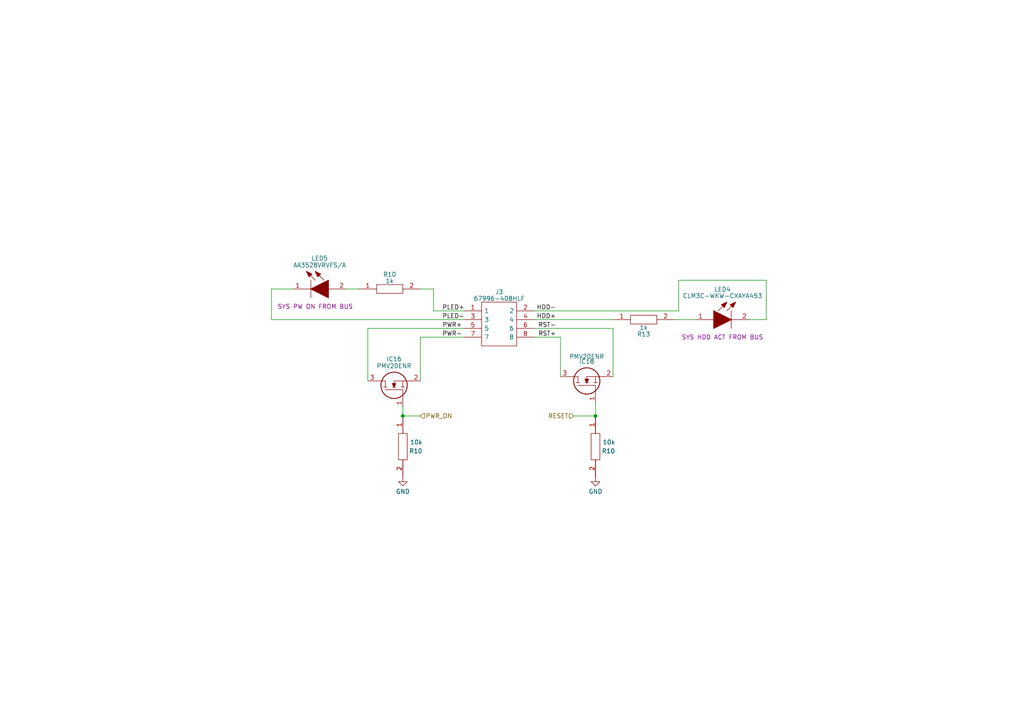
<source format=kicad_sch>
(kicad_sch
	(version 20231120)
	(generator "eeschema")
	(generator_version "8.0")
	(uuid "593b188f-98dc-4f63-805d-b472a1a92c6e")
	(paper "A4")
	(title_block
		(title "Oro Link")
		(date "2023-07-15")
		(rev "6")
		(company "Oro Operating System")
		(comment 1 "://oro.sh")
		(comment 2 "Joshua Lee Junon")
	)
	(lib_symbols
		(symbol "SamacSys_Parts:67996-408HLF"
			(pin_names
				(offset 0.762)
			)
			(exclude_from_sim no)
			(in_bom yes)
			(on_board yes)
			(property "Reference" "J"
				(at 16.51 7.62 0)
				(effects
					(font
						(size 1.27 1.27)
					)
					(justify left)
				)
			)
			(property "Value" "67996-408HLF"
				(at 16.51 5.08 0)
				(effects
					(font
						(size 1.27 1.27)
					)
					(justify left)
				)
			)
			(property "Footprint" "HDRV8W89P254_2X4_1016X483X858P"
				(at 16.51 2.54 0)
				(effects
					(font
						(size 1.27 1.27)
					)
					(justify left)
					(hide yes)
				)
			)
			(property "Datasheet" "https://cdn.amphenol-cs.com/media/wysiwyg/files/drawing/67996.pdf"
				(at 16.51 0 0)
				(effects
					(font
						(size 1.27 1.27)
					)
					(justify left)
					(hide yes)
				)
			)
			(property "Description" "BergStik, Board to Board connector, Unshrouded vertical header, Through Hole, Double Row, 8 Positions, 2.54 mm (0.100in) Pitch"
				(at 16.51 -2.54 0)
				(effects
					(font
						(size 1.27 1.27)
					)
					(justify left)
					(hide yes)
				)
			)
			(property "Height" "8.58"
				(at 16.51 -5.08 0)
				(effects
					(font
						(size 1.27 1.27)
					)
					(justify left)
					(hide yes)
				)
			)
			(property "Manufacturer_Name" "Amphenol Communications Solutions"
				(at 16.51 -7.62 0)
				(effects
					(font
						(size 1.27 1.27)
					)
					(justify left)
					(hide yes)
				)
			)
			(property "Manufacturer_Part_Number" "67996-408HLF"
				(at 16.51 -10.16 0)
				(effects
					(font
						(size 1.27 1.27)
					)
					(justify left)
					(hide yes)
				)
			)
			(property "Mouser Part Number" "649-67996-408HLF"
				(at 16.51 -12.7 0)
				(effects
					(font
						(size 1.27 1.27)
					)
					(justify left)
					(hide yes)
				)
			)
			(property "Mouser Price/Stock" "https://www.mouser.co.uk/ProductDetail/Amphenol-FCI/67996-408HLF?qs=zh4O8xspOux8A5Dq3mcAKw%3D%3D"
				(at 16.51 -15.24 0)
				(effects
					(font
						(size 1.27 1.27)
					)
					(justify left)
					(hide yes)
				)
			)
			(property "Arrow Part Number" "67996-408HLF"
				(at 16.51 -17.78 0)
				(effects
					(font
						(size 1.27 1.27)
					)
					(justify left)
					(hide yes)
				)
			)
			(property "Arrow Price/Stock" "https://www.arrow.com/en/products/67996-408hlf/amphenol-fci"
				(at 16.51 -20.32 0)
				(effects
					(font
						(size 1.27 1.27)
					)
					(justify left)
					(hide yes)
				)
			)
			(symbol "67996-408HLF_0_0"
				(pin passive line
					(at 0 0 0)
					(length 5.08)
					(name "1"
						(effects
							(font
								(size 1.27 1.27)
							)
						)
					)
					(number "1"
						(effects
							(font
								(size 1.27 1.27)
							)
						)
					)
				)
				(pin passive line
					(at 20.32 0 180)
					(length 5.08)
					(name "2"
						(effects
							(font
								(size 1.27 1.27)
							)
						)
					)
					(number "2"
						(effects
							(font
								(size 1.27 1.27)
							)
						)
					)
				)
				(pin passive line
					(at 0 -2.54 0)
					(length 5.08)
					(name "3"
						(effects
							(font
								(size 1.27 1.27)
							)
						)
					)
					(number "3"
						(effects
							(font
								(size 1.27 1.27)
							)
						)
					)
				)
				(pin passive line
					(at 20.32 -2.54 180)
					(length 5.08)
					(name "4"
						(effects
							(font
								(size 1.27 1.27)
							)
						)
					)
					(number "4"
						(effects
							(font
								(size 1.27 1.27)
							)
						)
					)
				)
				(pin passive line
					(at 0 -5.08 0)
					(length 5.08)
					(name "5"
						(effects
							(font
								(size 1.27 1.27)
							)
						)
					)
					(number "5"
						(effects
							(font
								(size 1.27 1.27)
							)
						)
					)
				)
				(pin passive line
					(at 20.32 -5.08 180)
					(length 5.08)
					(name "6"
						(effects
							(font
								(size 1.27 1.27)
							)
						)
					)
					(number "6"
						(effects
							(font
								(size 1.27 1.27)
							)
						)
					)
				)
				(pin passive line
					(at 0 -7.62 0)
					(length 5.08)
					(name "7"
						(effects
							(font
								(size 1.27 1.27)
							)
						)
					)
					(number "7"
						(effects
							(font
								(size 1.27 1.27)
							)
						)
					)
				)
				(pin passive line
					(at 20.32 -7.62 180)
					(length 5.08)
					(name "8"
						(effects
							(font
								(size 1.27 1.27)
							)
						)
					)
					(number "8"
						(effects
							(font
								(size 1.27 1.27)
							)
						)
					)
				)
			)
			(symbol "67996-408HLF_0_1"
				(polyline
					(pts
						(xy 5.08 2.54) (xy 15.24 2.54) (xy 15.24 -10.16) (xy 5.08 -10.16) (xy 5.08 2.54)
					)
					(stroke
						(width 0.1524)
						(type solid)
					)
					(fill
						(type none)
					)
				)
			)
		)
		(symbol "SamacSys_Parts:AA3528VRVFS_A"
			(pin_names
				(offset 0.762)
			)
			(exclude_from_sim no)
			(in_bom yes)
			(on_board yes)
			(property "Reference" "LED"
				(at 12.7 8.89 0)
				(effects
					(font
						(size 1.27 1.27)
					)
					(justify left bottom)
				)
			)
			(property "Value" "AA3528VRVFS_A"
				(at 12.7 6.35 0)
				(effects
					(font
						(size 1.27 1.27)
					)
					(justify left bottom)
				)
			)
			(property "Footprint" "AA3528VRVFSA"
				(at 12.7 3.81 0)
				(effects
					(font
						(size 1.27 1.27)
					)
					(justify left bottom)
					(hide yes)
				)
			)
			(property "Datasheet" "https://mouser.componentsearchengine.com/Datasheets/1/AA3528VRVFS_A.pdf"
				(at 12.7 1.27 0)
				(effects
					(font
						(size 1.27 1.27)
					)
					(justify left bottom)
					(hide yes)
				)
			)
			(property "Description" "LED Uni-Color Violet 2-Pin SMD T/R"
				(at 12.7 -1.27 0)
				(effects
					(font
						(size 1.27 1.27)
					)
					(justify left bottom)
					(hide yes)
				)
			)
			(property "Height" "2.1"
				(at 12.7 -3.81 0)
				(effects
					(font
						(size 1.27 1.27)
					)
					(justify left bottom)
					(hide yes)
				)
			)
			(property "Manufacturer_Name" "Kingbright"
				(at 12.7 -6.35 0)
				(effects
					(font
						(size 1.27 1.27)
					)
					(justify left bottom)
					(hide yes)
				)
			)
			(property "Manufacturer_Part_Number" "AA3528VRVFS/A"
				(at 12.7 -8.89 0)
				(effects
					(font
						(size 1.27 1.27)
					)
					(justify left bottom)
					(hide yes)
				)
			)
			(property "Mouser Part Number" "604-AA3528VRVFS/A"
				(at 12.7 -11.43 0)
				(effects
					(font
						(size 1.27 1.27)
					)
					(justify left bottom)
					(hide yes)
				)
			)
			(property "Mouser Price/Stock" "https://www.mouser.co.uk/ProductDetail/Kingbright/AA3528VRVFS-A?qs=rY7msk5yxfb63mh907EyRA%3D%3D"
				(at 12.7 -13.97 0)
				(effects
					(font
						(size 1.27 1.27)
					)
					(justify left bottom)
					(hide yes)
				)
			)
			(property "Arrow Part Number" "AA3528VRVFS/A"
				(at 12.7 -16.51 0)
				(effects
					(font
						(size 1.27 1.27)
					)
					(justify left bottom)
					(hide yes)
				)
			)
			(property "Arrow Price/Stock" "https://www.arrow.com/en/products/aa3528vrvfsa/kingbright?region=nac"
				(at 12.7 -19.05 0)
				(effects
					(font
						(size 1.27 1.27)
					)
					(justify left bottom)
					(hide yes)
				)
			)
			(property "Mouser Testing Part Number" ""
				(at 12.7 -21.59 0)
				(effects
					(font
						(size 1.27 1.27)
					)
					(justify left bottom)
					(hide yes)
				)
			)
			(property "Mouser Testing Price/Stock" ""
				(at 12.7 -24.13 0)
				(effects
					(font
						(size 1.27 1.27)
					)
					(justify left bottom)
					(hide yes)
				)
			)
			(symbol "AA3528VRVFS_A_0_0"
				(pin passive line
					(at 0 0 0)
					(length 2.54)
					(name "~"
						(effects
							(font
								(size 1.27 1.27)
							)
						)
					)
					(number "1"
						(effects
							(font
								(size 1.27 1.27)
							)
						)
					)
				)
				(pin passive line
					(at 15.24 0 180)
					(length 2.54)
					(name "~"
						(effects
							(font
								(size 1.27 1.27)
							)
						)
					)
					(number "2"
						(effects
							(font
								(size 1.27 1.27)
							)
						)
					)
				)
			)
			(symbol "AA3528VRVFS_A_0_1"
				(polyline
					(pts
						(xy 2.54 0) (xy 5.08 0)
					)
					(stroke
						(width 0.1524)
						(type default)
					)
					(fill
						(type none)
					)
				)
				(polyline
					(pts
						(xy 5.08 2.54) (xy 5.08 -2.54)
					)
					(stroke
						(width 0.1524)
						(type default)
					)
					(fill
						(type none)
					)
				)
				(polyline
					(pts
						(xy 6.35 2.54) (xy 3.81 5.08)
					)
					(stroke
						(width 0.1524)
						(type default)
					)
					(fill
						(type none)
					)
				)
				(polyline
					(pts
						(xy 8.89 2.54) (xy 6.35 5.08)
					)
					(stroke
						(width 0.1524)
						(type default)
					)
					(fill
						(type none)
					)
				)
				(polyline
					(pts
						(xy 10.16 0) (xy 12.7 0)
					)
					(stroke
						(width 0.1524)
						(type default)
					)
					(fill
						(type none)
					)
				)
				(polyline
					(pts
						(xy 5.08 0) (xy 10.16 2.54) (xy 10.16 -2.54) (xy 5.08 0)
					)
					(stroke
						(width 0.254)
						(type default)
					)
					(fill
						(type outline)
					)
				)
				(polyline
					(pts
						(xy 5.334 4.318) (xy 4.572 3.556) (xy 3.81 5.08) (xy 5.334 4.318)
					)
					(stroke
						(width 0.254)
						(type default)
					)
					(fill
						(type outline)
					)
				)
				(polyline
					(pts
						(xy 7.874 4.318) (xy 7.112 3.556) (xy 6.35 5.08) (xy 7.874 4.318)
					)
					(stroke
						(width 0.254)
						(type default)
					)
					(fill
						(type outline)
					)
				)
			)
		)
		(symbol "SamacSys_Parts:CLM3C-WKW-CXAYA453"
			(pin_names
				(offset 0.762)
			)
			(exclude_from_sim no)
			(in_bom yes)
			(on_board yes)
			(property "Reference" "LED"
				(at 12.7 8.89 0)
				(effects
					(font
						(size 1.27 1.27)
					)
					(justify left bottom)
				)
			)
			(property "Value" "CLM3C-WKW-CXAYA453"
				(at 12.7 6.35 0)
				(effects
					(font
						(size 1.27 1.27)
					)
					(justify left bottom)
				)
			)
			(property "Footprint" "CLM3CWKWCXAYA453"
				(at 12.7 3.81 0)
				(effects
					(font
						(size 1.27 1.27)
					)
					(justify left bottom)
					(hide yes)
				)
			)
			(property "Datasheet" "https://componentsearchengine.com/Datasheets/2/CLM3C-WKW-CWBYA453.pdf"
				(at 12.7 1.27 0)
				(effects
					(font
						(size 1.27 1.27)
					)
					(justify left bottom)
					(hide yes)
				)
			)
			(property "Description" "Cree CLM3C-WKW-CXAYA453, CLM3 Series White LED, 5500K, PLCC 2, Rectangle Lens SMD Package"
				(at 12.7 -1.27 0)
				(effects
					(font
						(size 1.27 1.27)
					)
					(justify left bottom)
					(hide yes)
				)
			)
			(property "Height" "1.4"
				(at 12.7 -3.81 0)
				(effects
					(font
						(size 1.27 1.27)
					)
					(justify left bottom)
					(hide yes)
				)
			)
			(property "Manufacturer_Name" "Wolfspeed"
				(at 12.7 -6.35 0)
				(effects
					(font
						(size 1.27 1.27)
					)
					(justify left bottom)
					(hide yes)
				)
			)
			(property "Manufacturer_Part_Number" "CLM3C-WKW-CXAYA453"
				(at 12.7 -8.89 0)
				(effects
					(font
						(size 1.27 1.27)
					)
					(justify left bottom)
					(hide yes)
				)
			)
			(property "Mouser Part Number" "941-CLM3CWKWCXAYA453"
				(at 12.7 -11.43 0)
				(effects
					(font
						(size 1.27 1.27)
					)
					(justify left bottom)
					(hide yes)
				)
			)
			(property "Mouser Price/Stock" "https://www.mouser.co.uk/ProductDetail/Cree-Inc/CLM3C-WKW-CXaYa453?qs=3AcK5DacLbr3ewaPKwAgNg%3D%3D"
				(at 12.7 -13.97 0)
				(effects
					(font
						(size 1.27 1.27)
					)
					(justify left bottom)
					(hide yes)
				)
			)
			(property "Arrow Part Number" "CLM3C-WKW-CXAYA453"
				(at 12.7 -16.51 0)
				(effects
					(font
						(size 1.27 1.27)
					)
					(justify left bottom)
					(hide yes)
				)
			)
			(property "Arrow Price/Stock" "https://www.arrow.com/en/products/clm3c-wkw-cxaya453/cree"
				(at 12.7 -19.05 0)
				(effects
					(font
						(size 1.27 1.27)
					)
					(justify left bottom)
					(hide yes)
				)
			)
			(property "Mouser Testing Part Number" ""
				(at 12.7 -21.59 0)
				(effects
					(font
						(size 1.27 1.27)
					)
					(justify left bottom)
					(hide yes)
				)
			)
			(property "Mouser Testing Price/Stock" ""
				(at 12.7 -24.13 0)
				(effects
					(font
						(size 1.27 1.27)
					)
					(justify left bottom)
					(hide yes)
				)
			)
			(symbol "CLM3C-WKW-CXAYA453_0_0"
				(pin passive line
					(at 15.24 0 180)
					(length 2.54)
					(name "~"
						(effects
							(font
								(size 1.27 1.27)
							)
						)
					)
					(number "1"
						(effects
							(font
								(size 1.27 1.27)
							)
						)
					)
				)
				(pin passive line
					(at 0 0 0)
					(length 2.54)
					(name "~"
						(effects
							(font
								(size 1.27 1.27)
							)
						)
					)
					(number "2"
						(effects
							(font
								(size 1.27 1.27)
							)
						)
					)
				)
			)
			(symbol "CLM3C-WKW-CXAYA453_0_1"
				(polyline
					(pts
						(xy 2.54 0) (xy 5.08 0)
					)
					(stroke
						(width 0.1524)
						(type default)
					)
					(fill
						(type none)
					)
				)
				(polyline
					(pts
						(xy 5.08 2.54) (xy 5.08 -2.54)
					)
					(stroke
						(width 0.1524)
						(type default)
					)
					(fill
						(type none)
					)
				)
				(polyline
					(pts
						(xy 6.35 2.54) (xy 3.81 5.08)
					)
					(stroke
						(width 0.1524)
						(type default)
					)
					(fill
						(type none)
					)
				)
				(polyline
					(pts
						(xy 8.89 2.54) (xy 6.35 5.08)
					)
					(stroke
						(width 0.1524)
						(type default)
					)
					(fill
						(type none)
					)
				)
				(polyline
					(pts
						(xy 10.16 0) (xy 12.7 0)
					)
					(stroke
						(width 0.1524)
						(type default)
					)
					(fill
						(type none)
					)
				)
				(polyline
					(pts
						(xy 5.08 0) (xy 10.16 2.54) (xy 10.16 -2.54) (xy 5.08 0)
					)
					(stroke
						(width 0.254)
						(type default)
					)
					(fill
						(type outline)
					)
				)
				(polyline
					(pts
						(xy 5.334 4.318) (xy 4.572 3.556) (xy 3.81 5.08) (xy 5.334 4.318)
					)
					(stroke
						(width 0.254)
						(type default)
					)
					(fill
						(type outline)
					)
				)
				(polyline
					(pts
						(xy 7.874 4.318) (xy 7.112 3.556) (xy 6.35 5.08) (xy 7.874 4.318)
					)
					(stroke
						(width 0.254)
						(type default)
					)
					(fill
						(type outline)
					)
				)
			)
		)
		(symbol "SamacSys_Parts:CSD13380F3T"
			(pin_names
				(offset 0.762)
			)
			(exclude_from_sim no)
			(in_bom yes)
			(on_board yes)
			(property "Reference" "Q"
				(at 11.43 3.81 0)
				(effects
					(font
						(size 1.27 1.27)
					)
					(justify left)
				)
			)
			(property "Value" "CSD13380F3T"
				(at 11.43 1.27 0)
				(effects
					(font
						(size 1.27 1.27)
					)
					(justify left)
				)
			)
			(property "Footprint" "CSD13380F3T"
				(at 11.43 -1.27 0)
				(effects
					(font
						(size 1.27 1.27)
					)
					(justify left)
					(hide yes)
				)
			)
			(property "Datasheet" "https://www.ti.com/lit/ds/symlink/csd13380f3.pdf?ts=1610053095577"
				(at 11.43 -3.81 0)
				(effects
					(font
						(size 1.27 1.27)
					)
					(justify left)
					(hide yes)
				)
			)
			(property "Description" "12V, N ch NexFET MOSFET, single LGA0.6x0.7, 76mOhm"
				(at 11.43 -6.35 0)
				(effects
					(font
						(size 1.27 1.27)
					)
					(justify left)
					(hide yes)
				)
			)
			(property "Height" "0.35"
				(at 11.43 -8.89 0)
				(effects
					(font
						(size 1.27 1.27)
					)
					(justify left)
					(hide yes)
				)
			)
			(property "Manufacturer_Name" "Texas Instruments"
				(at 11.43 -11.43 0)
				(effects
					(font
						(size 1.27 1.27)
					)
					(justify left)
					(hide yes)
				)
			)
			(property "Manufacturer_Part_Number" "CSD13380F3T"
				(at 11.43 -13.97 0)
				(effects
					(font
						(size 1.27 1.27)
					)
					(justify left)
					(hide yes)
				)
			)
			(property "Mouser Part Number" "595-CSD13380F3T"
				(at 11.43 -16.51 0)
				(effects
					(font
						(size 1.27 1.27)
					)
					(justify left)
					(hide yes)
				)
			)
			(property "Mouser Price/Stock" "https://www.mouser.co.uk/ProductDetail/Texas-Instruments/CSD13380F3T?qs=S8zVn2bBIh85Rpxp8sld8w%3D%3D"
				(at 11.43 -19.05 0)
				(effects
					(font
						(size 1.27 1.27)
					)
					(justify left)
					(hide yes)
				)
			)
			(property "Arrow Part Number" "CSD13380F3T"
				(at 11.43 -21.59 0)
				(effects
					(font
						(size 1.27 1.27)
					)
					(justify left)
					(hide yes)
				)
			)
			(property "Arrow Price/Stock" "https://www.arrow.com/en/products/csd13380f3t/texas-instruments"
				(at 11.43 -24.13 0)
				(effects
					(font
						(size 1.27 1.27)
					)
					(justify left)
					(hide yes)
				)
			)
			(property "Mouser Testing Part Number" ""
				(at 11.43 -26.67 0)
				(effects
					(font
						(size 1.27 1.27)
					)
					(justify left)
					(hide yes)
				)
			)
			(property "Mouser Testing Price/Stock" ""
				(at 11.43 -29.21 0)
				(effects
					(font
						(size 1.27 1.27)
					)
					(justify left)
					(hide yes)
				)
			)
			(symbol "CSD13380F3T_0_0"
				(pin passive line
					(at 0 0 0)
					(length 2.54)
					(name "~"
						(effects
							(font
								(size 1.27 1.27)
							)
						)
					)
					(number "1"
						(effects
							(font
								(size 1.27 1.27)
							)
						)
					)
				)
				(pin passive line
					(at 7.62 -5.08 90)
					(length 2.54)
					(name "~"
						(effects
							(font
								(size 1.27 1.27)
							)
						)
					)
					(number "2"
						(effects
							(font
								(size 1.27 1.27)
							)
						)
					)
				)
				(pin passive line
					(at 7.62 10.16 270)
					(length 2.54)
					(name "~"
						(effects
							(font
								(size 1.27 1.27)
							)
						)
					)
					(number "3"
						(effects
							(font
								(size 1.27 1.27)
							)
						)
					)
				)
			)
			(symbol "CSD13380F3T_0_1"
				(polyline
					(pts
						(xy 5.842 -0.508) (xy 5.842 0.508)
					)
					(stroke
						(width 0.1524)
						(type default)
					)
					(fill
						(type none)
					)
				)
				(polyline
					(pts
						(xy 5.842 0) (xy 7.62 0)
					)
					(stroke
						(width 0.1524)
						(type default)
					)
					(fill
						(type none)
					)
				)
				(polyline
					(pts
						(xy 5.842 2.032) (xy 5.842 3.048)
					)
					(stroke
						(width 0.1524)
						(type default)
					)
					(fill
						(type none)
					)
				)
				(polyline
					(pts
						(xy 5.842 5.588) (xy 5.842 4.572)
					)
					(stroke
						(width 0.1524)
						(type default)
					)
					(fill
						(type none)
					)
				)
				(polyline
					(pts
						(xy 7.62 2.54) (xy 5.842 2.54)
					)
					(stroke
						(width 0.1524)
						(type default)
					)
					(fill
						(type none)
					)
				)
				(polyline
					(pts
						(xy 7.62 2.54) (xy 7.62 -2.54)
					)
					(stroke
						(width 0.1524)
						(type default)
					)
					(fill
						(type none)
					)
				)
				(polyline
					(pts
						(xy 7.62 5.08) (xy 5.842 5.08)
					)
					(stroke
						(width 0.1524)
						(type default)
					)
					(fill
						(type none)
					)
				)
				(polyline
					(pts
						(xy 7.62 5.08) (xy 7.62 7.62)
					)
					(stroke
						(width 0.1524)
						(type default)
					)
					(fill
						(type none)
					)
				)
				(polyline
					(pts
						(xy 2.54 0) (xy 5.08 0) (xy 5.08 5.08)
					)
					(stroke
						(width 0.1524)
						(type default)
					)
					(fill
						(type none)
					)
				)
				(polyline
					(pts
						(xy 5.842 2.54) (xy 6.858 3.048) (xy 6.858 2.032) (xy 5.842 2.54)
					)
					(stroke
						(width 0.254)
						(type default)
					)
					(fill
						(type outline)
					)
				)
				(circle
					(center 6.35 2.54)
					(radius 3.81)
					(stroke
						(width 0.254)
						(type default)
					)
					(fill
						(type none)
					)
				)
			)
		)
		(symbol "SamacSys_Parts:RK73H1ETTP1002F"
			(pin_names
				(offset 0.762)
			)
			(exclude_from_sim no)
			(in_bom yes)
			(on_board yes)
			(property "Reference" "R"
				(at 13.97 6.35 0)
				(effects
					(font
						(size 1.27 1.27)
					)
					(justify left)
				)
			)
			(property "Value" "RK73H1ETTP1002F"
				(at 13.97 3.81 0)
				(effects
					(font
						(size 1.27 1.27)
					)
					(justify left)
				)
			)
			(property "Footprint" "RESC1005X40N"
				(at 13.97 1.27 0)
				(effects
					(font
						(size 1.27 1.27)
					)
					(justify left)
					(hide yes)
				)
			)
			(property "Datasheet" "http://www.koaspeer.com/catimages/Products/RK73-RT/RK73-RT.pdf"
				(at 13.97 -1.27 0)
				(effects
					(font
						(size 1.27 1.27)
					)
					(justify left)
					(hide yes)
				)
			)
			(property "Description" "Resistor,ThickFilm1005,0.063W,10kohm"
				(at 13.97 -3.81 0)
				(effects
					(font
						(size 1.27 1.27)
					)
					(justify left)
					(hide yes)
				)
			)
			(property "Height" "0.4"
				(at 13.97 -6.35 0)
				(effects
					(font
						(size 1.27 1.27)
					)
					(justify left)
					(hide yes)
				)
			)
			(property "Manufacturer_Name" "KOA Speer"
				(at 13.97 -8.89 0)
				(effects
					(font
						(size 1.27 1.27)
					)
					(justify left)
					(hide yes)
				)
			)
			(property "Manufacturer_Part_Number" "RK73H1ETTP1002F"
				(at 13.97 -11.43 0)
				(effects
					(font
						(size 1.27 1.27)
					)
					(justify left)
					(hide yes)
				)
			)
			(property "Mouser Part Number" "660-RK73H1ETTP1002F"
				(at 13.97 -13.97 0)
				(effects
					(font
						(size 1.27 1.27)
					)
					(justify left)
					(hide yes)
				)
			)
			(property "Mouser Price/Stock" "https://www.mouser.co.uk/ProductDetail/KOA-Speer/RK73H1ETTP1002F?qs=uLfVlVfCHH2OZ4JTybrBPQ%3D%3D"
				(at 13.97 -16.51 0)
				(effects
					(font
						(size 1.27 1.27)
					)
					(justify left)
					(hide yes)
				)
			)
			(property "Arrow Part Number" "RK73H1ETTP1002F"
				(at 13.97 -19.05 0)
				(effects
					(font
						(size 1.27 1.27)
					)
					(justify left)
					(hide yes)
				)
			)
			(property "Arrow Price/Stock" "https://www.arrow.com/en/products/rk73h1ettp1002f/koa-speer-electronics?region=nac"
				(at 13.97 -21.59 0)
				(effects
					(font
						(size 1.27 1.27)
					)
					(justify left)
					(hide yes)
				)
			)
			(symbol "RK73H1ETTP1002F_0_0"
				(pin passive line
					(at 0 0 0)
					(length 5.08)
					(name "~"
						(effects
							(font
								(size 1.27 1.27)
							)
						)
					)
					(number "1"
						(effects
							(font
								(size 1.27 1.27)
							)
						)
					)
				)
				(pin passive line
					(at 17.78 0 180)
					(length 5.08)
					(name "~"
						(effects
							(font
								(size 1.27 1.27)
							)
						)
					)
					(number "2"
						(effects
							(font
								(size 1.27 1.27)
							)
						)
					)
				)
			)
			(symbol "RK73H1ETTP1002F_0_1"
				(polyline
					(pts
						(xy 5.08 1.27) (xy 12.7 1.27) (xy 12.7 -1.27) (xy 5.08 -1.27) (xy 5.08 1.27)
					)
					(stroke
						(width 0.1524)
						(type solid)
					)
					(fill
						(type none)
					)
				)
			)
		)
		(symbol "SamacSys_Parts:SG73P2ATTD102J"
			(pin_names
				(offset 0.762)
			)
			(exclude_from_sim no)
			(in_bom yes)
			(on_board yes)
			(property "Reference" "R"
				(at 13.97 6.35 0)
				(effects
					(font
						(size 1.27 1.27)
					)
					(justify left)
				)
			)
			(property "Value" "SG73P2ATTD102J"
				(at 13.97 3.81 0)
				(effects
					(font
						(size 1.27 1.27)
					)
					(justify left)
				)
			)
			(property "Footprint" "RESC2012X60N"
				(at 13.97 1.27 0)
				(effects
					(font
						(size 1.27 1.27)
					)
					(justify left)
					(hide yes)
				)
			)
			(property "Datasheet" "https://componentsearchengine.com/Datasheets/1/SG73P2ATTD102J.pdf"
				(at 13.97 -1.27 0)
				(effects
					(font
						(size 1.27 1.27)
					)
					(justify left)
					(hide yes)
				)
			)
			(property "Description" "Thick Film Resistors - SMD 0.25W 1Kohm 5% 200ppm Anti-Pulse"
				(at 13.97 -3.81 0)
				(effects
					(font
						(size 1.27 1.27)
					)
					(justify left)
					(hide yes)
				)
			)
			(property "Height" "0.6"
				(at 13.97 -6.35 0)
				(effects
					(font
						(size 1.27 1.27)
					)
					(justify left)
					(hide yes)
				)
			)
			(property "Manufacturer_Name" "KOA Speer"
				(at 13.97 -8.89 0)
				(effects
					(font
						(size 1.27 1.27)
					)
					(justify left)
					(hide yes)
				)
			)
			(property "Manufacturer_Part_Number" "SG73P2ATTD102J"
				(at 13.97 -11.43 0)
				(effects
					(font
						(size 1.27 1.27)
					)
					(justify left)
					(hide yes)
				)
			)
			(property "Mouser Part Number" "660-SG73P2ATTD102J"
				(at 13.97 -13.97 0)
				(effects
					(font
						(size 1.27 1.27)
					)
					(justify left)
					(hide yes)
				)
			)
			(property "Mouser Price/Stock" "https://www.mouser.com/Search/Refine.aspx?Keyword=660-SG73P2ATTD102J"
				(at 13.97 -16.51 0)
				(effects
					(font
						(size 1.27 1.27)
					)
					(justify left)
					(hide yes)
				)
			)
			(property "Arrow Part Number" ""
				(at 13.97 -19.05 0)
				(effects
					(font
						(size 1.27 1.27)
					)
					(justify left)
					(hide yes)
				)
			)
			(property "Arrow Price/Stock" ""
				(at 13.97 -21.59 0)
				(effects
					(font
						(size 1.27 1.27)
					)
					(justify left)
					(hide yes)
				)
			)
			(property "Mouser Testing Part Number" ""
				(at 13.97 -24.13 0)
				(effects
					(font
						(size 1.27 1.27)
					)
					(justify left)
					(hide yes)
				)
			)
			(property "Mouser Testing Price/Stock" ""
				(at 13.97 -26.67 0)
				(effects
					(font
						(size 1.27 1.27)
					)
					(justify left)
					(hide yes)
				)
			)
			(symbol "SG73P2ATTD102J_0_0"
				(pin passive line
					(at 0 0 0)
					(length 5.08)
					(name "~"
						(effects
							(font
								(size 1.27 1.27)
							)
						)
					)
					(number "1"
						(effects
							(font
								(size 1.27 1.27)
							)
						)
					)
				)
				(pin passive line
					(at 17.78 0 180)
					(length 5.08)
					(name "~"
						(effects
							(font
								(size 1.27 1.27)
							)
						)
					)
					(number "2"
						(effects
							(font
								(size 1.27 1.27)
							)
						)
					)
				)
			)
			(symbol "SG73P2ATTD102J_0_1"
				(polyline
					(pts
						(xy 5.08 1.27) (xy 12.7 1.27) (xy 12.7 -1.27) (xy 5.08 -1.27) (xy 5.08 1.27)
					)
					(stroke
						(width 0.1524)
						(type solid)
					)
					(fill
						(type none)
					)
				)
			)
		)
		(symbol "power:GND"
			(power)
			(pin_names
				(offset 0)
			)
			(exclude_from_sim no)
			(in_bom yes)
			(on_board yes)
			(property "Reference" "#PWR"
				(at 0 -6.35 0)
				(effects
					(font
						(size 1.27 1.27)
					)
					(hide yes)
				)
			)
			(property "Value" "GND"
				(at 0 -3.81 0)
				(effects
					(font
						(size 1.27 1.27)
					)
				)
			)
			(property "Footprint" ""
				(at 0 0 0)
				(effects
					(font
						(size 1.27 1.27)
					)
					(hide yes)
				)
			)
			(property "Datasheet" ""
				(at 0 0 0)
				(effects
					(font
						(size 1.27 1.27)
					)
					(hide yes)
				)
			)
			(property "Description" "Power symbol creates a global label with name \"GND\" , ground"
				(at 0 0 0)
				(effects
					(font
						(size 1.27 1.27)
					)
					(hide yes)
				)
			)
			(property "ki_keywords" "global power"
				(at 0 0 0)
				(effects
					(font
						(size 1.27 1.27)
					)
					(hide yes)
				)
			)
			(symbol "GND_0_1"
				(polyline
					(pts
						(xy 0 0) (xy 0 -1.27) (xy 1.27 -1.27) (xy 0 -2.54) (xy -1.27 -1.27) (xy 0 -1.27)
					)
					(stroke
						(width 0)
						(type default)
					)
					(fill
						(type none)
					)
				)
			)
			(symbol "GND_1_1"
				(pin power_in line
					(at 0 0 270)
					(length 0) hide
					(name "GND"
						(effects
							(font
								(size 1.27 1.27)
							)
						)
					)
					(number "1"
						(effects
							(font
								(size 1.27 1.27)
							)
						)
					)
				)
			)
		)
	)
	(junction
		(at 116.84 120.65)
		(diameter 0)
		(color 0 0 0 0)
		(uuid "67efb92e-1b51-4c23-a6a7-cde89b1e000f")
	)
	(junction
		(at 172.72 120.65)
		(diameter 0)
		(color 0 0 0 0)
		(uuid "85eac2bd-0486-4f5d-9416-bdceda166f42")
	)
	(wire
		(pts
			(xy 177.8 95.25) (xy 177.8 109.22)
		)
		(stroke
			(width 0)
			(type default)
		)
		(uuid "0cc3b7f5-7254-4b74-a9ba-0359dba445c0")
	)
	(wire
		(pts
			(xy 195.58 92.71) (xy 201.93 92.71)
		)
		(stroke
			(width 0)
			(type default)
		)
		(uuid "120320ae-6343-49af-b831-3a8de0b67791")
	)
	(wire
		(pts
			(xy 78.74 92.71) (xy 134.62 92.71)
		)
		(stroke
			(width 0)
			(type default)
		)
		(uuid "13c66d55-0c78-4cc2-bb3d-d3cd59ad6b92")
	)
	(wire
		(pts
			(xy 106.68 95.25) (xy 134.62 95.25)
		)
		(stroke
			(width 0)
			(type default)
		)
		(uuid "1bc3a01e-80c5-4109-add1-5be9aafa4e97")
	)
	(wire
		(pts
			(xy 85.09 83.82) (xy 78.74 83.82)
		)
		(stroke
			(width 0)
			(type default)
		)
		(uuid "2332cd72-b618-4598-a48c-e6a1869d7fd1")
	)
	(wire
		(pts
			(xy 121.92 97.79) (xy 134.62 97.79)
		)
		(stroke
			(width 0)
			(type default)
		)
		(uuid "48413787-4456-487b-834f-02eeadf04fd9")
	)
	(wire
		(pts
			(xy 222.25 81.28) (xy 196.85 81.28)
		)
		(stroke
			(width 0)
			(type default)
		)
		(uuid "48a102fb-4c14-43eb-a382-497412170bf4")
	)
	(wire
		(pts
			(xy 106.68 95.25) (xy 106.68 110.49)
		)
		(stroke
			(width 0)
			(type default)
		)
		(uuid "53eb86a3-173f-48cd-9bd7-298d32bd899d")
	)
	(wire
		(pts
			(xy 162.56 109.22) (xy 162.56 97.79)
		)
		(stroke
			(width 0)
			(type default)
		)
		(uuid "55503015-2886-4df2-a3ed-fc8ed4579f78")
	)
	(wire
		(pts
			(xy 100.33 83.82) (xy 104.14 83.82)
		)
		(stroke
			(width 0)
			(type default)
		)
		(uuid "6740f102-239d-4508-aabf-07f0a92f7f40")
	)
	(wire
		(pts
			(xy 116.84 120.65) (xy 116.84 118.11)
		)
		(stroke
			(width 0)
			(type default)
		)
		(uuid "6fb1665e-1a2d-40ce-83e1-c2aaac864916")
	)
	(wire
		(pts
			(xy 116.84 120.65) (xy 121.92 120.65)
		)
		(stroke
			(width 0)
			(type default)
		)
		(uuid "740eeb35-70d8-496b-9ec2-cc219d5b6811")
	)
	(wire
		(pts
			(xy 154.94 90.17) (xy 196.85 90.17)
		)
		(stroke
			(width 0)
			(type default)
		)
		(uuid "7c4f9377-9eb2-4779-826c-afa57780944a")
	)
	(wire
		(pts
			(xy 125.73 83.82) (xy 125.73 90.17)
		)
		(stroke
			(width 0)
			(type default)
		)
		(uuid "88e1cac1-c208-4821-821e-74665ddf1e1e")
	)
	(wire
		(pts
			(xy 154.94 97.79) (xy 162.56 97.79)
		)
		(stroke
			(width 0)
			(type default)
		)
		(uuid "92c37dc2-da91-4104-8cae-78cd7fe7f391")
	)
	(wire
		(pts
			(xy 196.85 81.28) (xy 196.85 90.17)
		)
		(stroke
			(width 0)
			(type default)
		)
		(uuid "93189d90-98a5-4652-a2ec-0583a086fa27")
	)
	(wire
		(pts
			(xy 78.74 83.82) (xy 78.74 92.71)
		)
		(stroke
			(width 0)
			(type default)
		)
		(uuid "934100f5-60e3-4dff-bc34-3c62dea8cb6e")
	)
	(wire
		(pts
			(xy 222.25 92.71) (xy 222.25 81.28)
		)
		(stroke
			(width 0)
			(type default)
		)
		(uuid "ab97c32e-ef58-42df-b0ca-0555375eaf80")
	)
	(wire
		(pts
			(xy 217.17 92.71) (xy 222.25 92.71)
		)
		(stroke
			(width 0)
			(type default)
		)
		(uuid "b0af51c1-9c77-4525-927b-f51ff72c48f1")
	)
	(wire
		(pts
			(xy 121.92 97.79) (xy 121.92 110.49)
		)
		(stroke
			(width 0)
			(type default)
		)
		(uuid "b806bc49-0d9c-4b3c-88ec-563d337e0cd3")
	)
	(wire
		(pts
			(xy 154.94 95.25) (xy 177.8 95.25)
		)
		(stroke
			(width 0)
			(type default)
		)
		(uuid "b8bbed47-0d5c-45ca-95b0-0f0005deadda")
	)
	(wire
		(pts
			(xy 154.94 92.71) (xy 177.8 92.71)
		)
		(stroke
			(width 0)
			(type default)
		)
		(uuid "e460c134-2940-4008-a241-b04ce6804fd6")
	)
	(wire
		(pts
			(xy 125.73 90.17) (xy 134.62 90.17)
		)
		(stroke
			(width 0)
			(type default)
		)
		(uuid "e9901e3d-6488-4bdc-8b35-d31b29ec4411")
	)
	(wire
		(pts
			(xy 166.37 120.65) (xy 172.72 120.65)
		)
		(stroke
			(width 0)
			(type default)
		)
		(uuid "f9214590-c1b4-46ef-b224-5e83a4a69b71")
	)
	(wire
		(pts
			(xy 172.72 120.65) (xy 172.72 116.84)
		)
		(stroke
			(width 0)
			(type default)
		)
		(uuid "fa69c082-bbda-48c2-9f87-c5d3970d9590")
	)
	(wire
		(pts
			(xy 121.92 83.82) (xy 125.73 83.82)
		)
		(stroke
			(width 0)
			(type default)
		)
		(uuid "fb1e9dd0-0577-416d-93a2-5bbc664806c9")
	)
	(label "PLED+"
		(at 128.27 90.17 0)
		(fields_autoplaced yes)
		(effects
			(font
				(size 1.27 1.27)
			)
			(justify left bottom)
		)
		(uuid "356b8d0a-07a0-4d7f-8179-a74eb2f08b5f")
	)
	(label "PWR-"
		(at 128.27 97.79 0)
		(fields_autoplaced yes)
		(effects
			(font
				(size 1.27 1.27)
			)
			(justify left bottom)
		)
		(uuid "3701302d-c67b-4972-b69e-5ef2ef62a8c6")
	)
	(label "HDD-"
		(at 161.29 90.17 180)
		(fields_autoplaced yes)
		(effects
			(font
				(size 1.27 1.27)
			)
			(justify right bottom)
		)
		(uuid "49b2831d-40f1-4ca8-967a-4fb63379263b")
	)
	(label "HDD+"
		(at 161.29 92.71 180)
		(fields_autoplaced yes)
		(effects
			(font
				(size 1.27 1.27)
			)
			(justify right bottom)
		)
		(uuid "4ce26566-924f-494c-9ee3-074efb2a1c8c")
	)
	(label "RST+"
		(at 161.29 97.79 180)
		(fields_autoplaced yes)
		(effects
			(font
				(size 1.27 1.27)
			)
			(justify right bottom)
		)
		(uuid "511837c0-fd37-42ec-b0ed-361d2dfcd95a")
	)
	(label "PLED-"
		(at 128.27 92.71 0)
		(fields_autoplaced yes)
		(effects
			(font
				(size 1.27 1.27)
			)
			(justify left bottom)
		)
		(uuid "7254685d-7cbb-4f04-83f8-d1927ff7c7e6")
	)
	(label "PWR+"
		(at 128.27 95.25 0)
		(fields_autoplaced yes)
		(effects
			(font
				(size 1.27 1.27)
			)
			(justify left bottom)
		)
		(uuid "c294c6d7-01c8-44a3-8f92-3d9260240179")
	)
	(label "RST-"
		(at 161.29 95.25 180)
		(fields_autoplaced yes)
		(effects
			(font
				(size 1.27 1.27)
			)
			(justify right bottom)
		)
		(uuid "cefb11ee-7a02-426d-aea1-4674fbbba5e7")
	)
	(hierarchical_label "PWR_ON"
		(shape input)
		(at 121.92 120.65 0)
		(fields_autoplaced yes)
		(effects
			(font
				(size 1.27 1.27)
			)
			(justify left)
		)
		(uuid "15abaa1b-a9ec-4538-b417-bdf2730cb9a2")
	)
	(hierarchical_label "RESET"
		(shape input)
		(at 166.37 120.65 180)
		(fields_autoplaced yes)
		(effects
			(font
				(size 1.27 1.27)
			)
			(justify right)
		)
		(uuid "764e8c3b-b4ce-433c-b8b3-1bcb87618647")
	)
	(symbol
		(lib_id "SamacSys_Parts:CSD13380F3T")
		(at 172.72 116.84 90)
		(unit 1)
		(exclude_from_sim no)
		(in_bom yes)
		(on_board yes)
		(dnp no)
		(uuid "0ea1d03a-812d-455c-9ea2-bb093af8d34f")
		(property "Reference" "IC18"
			(at 170.18 104.14 90)
			(effects
				(font
					(size 1.27 1.27)
				)
				(justify bottom)
			)
		)
		(property "Value" "PMV20ENR"
			(at 170.18 104.14 90)
			(effects
				(font
					(size 1.27 1.27)
				)
				(justify top)
			)
		)
		(property "Footprint" "SamacSys_Parts:SOT95P230X110-3N"
			(at 170.18 100.33 0)
			(effects
				(font
					(size 1.27 1.27)
				)
				(justify left)
				(hide yes)
			)
		)
		(property "Datasheet" "https://assets.nexperia.com/documents/data-sheet/PMV20EN.pdf"
			(at 172.72 100.33 0)
			(effects
				(font
					(size 1.27 1.27)
				)
				(justify left)
				(hide yes)
			)
		)
		(property "Description" "MOSFET 30V N-channel Trench MOSFET"
			(at 175.26 100.33 0)
			(effects
				(font
					(size 1.27 1.27)
				)
				(justify left)
				(hide yes)
			)
		)
		(property "Height" "1.1"
			(at 177.8 100.33 0)
			(effects
				(font
					(size 1.27 1.27)
				)
				(justify left)
				(hide yes)
			)
		)
		(property "Manufacturer_Name" "Nexperia"
			(at 180.34 100.33 0)
			(effects
				(font
					(size 1.27 1.27)
				)
				(justify left)
				(hide yes)
			)
		)
		(property "Manufacturer_Part_Number" "PMV20ENR"
			(at 182.88 100.33 0)
			(effects
				(font
					(size 1.27 1.27)
				)
				(justify left)
				(hide yes)
			)
		)
		(property "Mouser Part Number" "771-PMV20ENR"
			(at 185.42 100.33 0)
			(effects
				(font
					(size 1.27 1.27)
				)
				(justify left)
				(hide yes)
			)
		)
		(property "Mouser Price/Stock" "https://www.mouser.co.uk/ProductDetail/Nexperia/PMV20ENR?qs=sV%252BQJnSpgu%2FSnnW%252BQ4V7GA%3D%3D"
			(at 187.96 100.33 0)
			(effects
				(font
					(size 1.27 1.27)
				)
				(justify left)
				(hide yes)
			)
		)
		(property "Arrow Part Number" "PMV20ENR"
			(at 190.5 100.33 0)
			(effects
				(font
					(size 1.27 1.27)
				)
				(justify left)
				(hide yes)
			)
		)
		(property "Arrow Price/Stock" "https://www.arrow.com/en/products/pmv20enr/nexperia?region=nac"
			(at 193.04 100.33 0)
			(effects
				(font
					(size 1.27 1.27)
				)
				(justify left)
				(hide yes)
			)
		)
		(property "Mouser Testing Part Number" ""
			(at 195.58 100.33 0)
			(effects
				(font
					(size 1.27 1.27)
				)
				(justify left)
				(hide yes)
			)
		)
		(property "Mouser Testing Price/Stock" ""
			(at 198.12 100.33 0)
			(effects
				(font
					(size 1.27 1.27)
				)
				(justify left)
				(hide yes)
			)
		)
		(pin "1"
			(uuid "e5332ba0-b7b4-45be-8038-fe804d5ad1d0")
		)
		(pin "2"
			(uuid "cf4d518a-b8c1-4027-bad5-0b9ca2e6af2e")
		)
		(pin "3"
			(uuid "f99ee2ad-2937-475c-8ea5-0dd1b0564861")
		)
		(instances
			(project "Oro Testbed v2"
				(path "/3d0fc623-63eb-45e5-a304-e470d9b3a173"
					(reference "IC18")
					(unit 1)
				)
				(path "/3d0fc623-63eb-45e5-a304-e470d9b3a173/67aa3342-23bd-439c-9d16-a41d3322ad9d"
					(reference "IC20")
					(unit 1)
				)
			)
			(project "OroLink"
				(path "/e89dcd22-1250-4a5b-b778-1c95a0dd623d/6eeb4496-d532-42b5-95b8-3d397c9a21d1"
					(reference "Q3")
					(unit 1)
				)
			)
		)
	)
	(symbol
		(lib_id "power:GND")
		(at 116.84 138.43 0)
		(unit 1)
		(exclude_from_sim no)
		(in_bom yes)
		(on_board yes)
		(dnp no)
		(fields_autoplaced yes)
		(uuid "186e6b4d-b3c2-4844-9e7d-c05c39397629")
		(property "Reference" "#PWR026"
			(at 116.84 144.78 0)
			(effects
				(font
					(size 1.27 1.27)
				)
				(hide yes)
			)
		)
		(property "Value" "GND"
			(at 116.84 142.5655 0)
			(effects
				(font
					(size 1.27 1.27)
				)
			)
		)
		(property "Footprint" ""
			(at 116.84 138.43 0)
			(effects
				(font
					(size 1.27 1.27)
				)
				(hide yes)
			)
		)
		(property "Datasheet" ""
			(at 116.84 138.43 0)
			(effects
				(font
					(size 1.27 1.27)
				)
				(hide yes)
			)
		)
		(property "Description" ""
			(at 116.84 138.43 0)
			(effects
				(font
					(size 1.27 1.27)
				)
				(hide yes)
			)
		)
		(pin "1"
			(uuid "f485f4f3-2167-4223-8b78-0871aba1d32c")
		)
		(instances
			(project "OroLink"
				(path "/e89dcd22-1250-4a5b-b778-1c95a0dd623d/6eeb4496-d532-42b5-95b8-3d397c9a21d1"
					(reference "#PWR026")
					(unit 1)
				)
			)
		)
	)
	(symbol
		(lib_id "SamacSys_Parts:AA3528VRVFS_A")
		(at 85.09 83.82 0)
		(unit 1)
		(exclude_from_sim no)
		(in_bom yes)
		(on_board yes)
		(dnp no)
		(uuid "1daddbab-f1ad-42f5-b980-00d556a9b09b")
		(property "Reference" "LED5"
			(at 92.71 74.93 0)
			(effects
				(font
					(size 1.27 1.27)
				)
			)
		)
		(property "Value" "AA3528VRVFS/A"
			(at 92.71 76.2 0)
			(effects
				(font
					(size 1.27 1.27)
				)
				(justify top)
			)
		)
		(property "Footprint" "SamacSys_Parts:AA3528VRVFSA"
			(at 97.79 80.01 0)
			(effects
				(font
					(size 1.27 1.27)
				)
				(justify left bottom)
				(hide yes)
			)
		)
		(property "Datasheet" "https://mouser.componentsearchengine.com/Datasheets/1/AA3528VRVFS_A.pdf"
			(at 97.79 82.55 0)
			(effects
				(font
					(size 1.27 1.27)
				)
				(justify left bottom)
				(hide yes)
			)
		)
		(property "Description" "LED Uni-Color Violet 2-Pin SMD T/R"
			(at 97.79 85.09 0)
			(effects
				(font
					(size 1.27 1.27)
				)
				(justify left bottom)
				(hide yes)
			)
		)
		(property "Height" "2.1"
			(at 97.79 87.63 0)
			(effects
				(font
					(size 1.27 1.27)
				)
				(justify left bottom)
				(hide yes)
			)
		)
		(property "Manufacturer_Name" "Kingbright"
			(at 97.79 90.17 0)
			(effects
				(font
					(size 1.27 1.27)
				)
				(justify left bottom)
				(hide yes)
			)
		)
		(property "Manufacturer_Part_Number" "AA3528VRVFS/A"
			(at 97.79 92.71 0)
			(effects
				(font
					(size 1.27 1.27)
				)
				(justify left bottom)
				(hide yes)
			)
		)
		(property "Mouser Part Number" "604-AA3528VRVFS/A"
			(at 97.79 95.25 0)
			(effects
				(font
					(size 1.27 1.27)
				)
				(justify left bottom)
				(hide yes)
			)
		)
		(property "Mouser Price/Stock" "https://www.mouser.co.uk/ProductDetail/Kingbright/AA3528VRVFS-A?qs=rY7msk5yxfb63mh907EyRA%3D%3D"
			(at 97.79 97.79 0)
			(effects
				(font
					(size 1.27 1.27)
				)
				(justify left bottom)
				(hide yes)
			)
		)
		(property "Arrow Part Number" "AA3528VRVFS/A"
			(at 97.79 100.33 0)
			(effects
				(font
					(size 1.27 1.27)
				)
				(justify left bottom)
				(hide yes)
			)
		)
		(property "Arrow Price/Stock" "https://www.arrow.com/en/products/aa3528vrvfsa/kingbright?region=nac"
			(at 97.79 102.87 0)
			(effects
				(font
					(size 1.27 1.27)
				)
				(justify left bottom)
				(hide yes)
			)
		)
		(property "Mouser Testing Part Number" ""
			(at 97.79 105.41 0)
			(effects
				(font
					(size 1.27 1.27)
				)
				(justify left bottom)
				(hide yes)
			)
		)
		(property "Mouser Testing Price/Stock" ""
			(at 97.79 107.95 0)
			(effects
				(font
					(size 1.27 1.27)
				)
				(justify left bottom)
				(hide yes)
			)
		)
		(property "Note" "SYS PW ON FROM BUS"
			(at 91.44 88.9 0)
			(effects
				(font
					(size 1.27 1.27)
				)
			)
		)
		(pin "1"
			(uuid "2ec44930-23a0-4ebb-b3f5-889a21cfa3af")
		)
		(pin "2"
			(uuid "8c2db31e-a9ec-46fd-ae30-d0339586f5a6")
		)
		(instances
			(project "Oro Testbed v2"
				(path "/3d0fc623-63eb-45e5-a304-e470d9b3a173"
					(reference "LED5")
					(unit 1)
				)
				(path "/3d0fc623-63eb-45e5-a304-e470d9b3a173/67aa3342-23bd-439c-9d16-a41d3322ad9d"
					(reference "LED5")
					(unit 1)
				)
			)
			(project "OroLink"
				(path "/e89dcd22-1250-4a5b-b778-1c95a0dd623d/6eeb4496-d532-42b5-95b8-3d397c9a21d1"
					(reference "LED2")
					(unit 1)
				)
			)
		)
	)
	(symbol
		(lib_id "SamacSys_Parts:SG73P2ATTD102J")
		(at 177.8 92.71 0)
		(mirror x)
		(unit 1)
		(exclude_from_sim no)
		(in_bom yes)
		(on_board yes)
		(dnp no)
		(fields_autoplaced yes)
		(uuid "2f347be5-42b9-4128-9fd8-cf6276cc5b93")
		(property "Reference" "R13"
			(at 186.69 96.9391 0)
			(effects
				(font
					(size 1.27 1.27)
				)
			)
		)
		(property "Value" "1k"
			(at 186.69 95.0181 0)
			(effects
				(font
					(size 1.27 1.27)
				)
			)
		)
		(property "Footprint" "RESC2012X60N"
			(at 191.77 93.98 0)
			(effects
				(font
					(size 1.27 1.27)
				)
				(justify left)
				(hide yes)
			)
		)
		(property "Datasheet" "https://componentsearchengine.com/Datasheets/1/SG73P2ATTD102J.pdf"
			(at 191.77 91.44 0)
			(effects
				(font
					(size 1.27 1.27)
				)
				(justify left)
				(hide yes)
			)
		)
		(property "Description" "Thick Film Resistors - SMD 0.25W 1Kohm 5% 200ppm Anti-Pulse"
			(at 191.77 88.9 0)
			(effects
				(font
					(size 1.27 1.27)
				)
				(justify left)
				(hide yes)
			)
		)
		(property "Height" "0.6"
			(at 191.77 86.36 0)
			(effects
				(font
					(size 1.27 1.27)
				)
				(justify left)
				(hide yes)
			)
		)
		(property "Manufacturer_Name" "KOA Speer"
			(at 191.77 83.82 0)
			(effects
				(font
					(size 1.27 1.27)
				)
				(justify left)
				(hide yes)
			)
		)
		(property "Manufacturer_Part_Number" "SG73P2ATTD102J"
			(at 191.77 81.28 0)
			(effects
				(font
					(size 1.27 1.27)
				)
				(justify left)
				(hide yes)
			)
		)
		(property "Mouser Part Number" "660-SG73P2ATTD102J"
			(at 191.77 78.74 0)
			(effects
				(font
					(size 1.27 1.27)
				)
				(justify left)
				(hide yes)
			)
		)
		(property "Mouser Price/Stock" "https://www.mouser.com/Search/Refine.aspx?Keyword=660-SG73P2ATTD102J"
			(at 191.77 76.2 0)
			(effects
				(font
					(size 1.27 1.27)
				)
				(justify left)
				(hide yes)
			)
		)
		(property "Arrow Part Number" ""
			(at 191.77 73.66 0)
			(effects
				(font
					(size 1.27 1.27)
				)
				(justify left)
				(hide yes)
			)
		)
		(property "Arrow Price/Stock" ""
			(at 191.77 71.12 0)
			(effects
				(font
					(size 1.27 1.27)
				)
				(justify left)
				(hide yes)
			)
		)
		(property "Mouser Testing Part Number" ""
			(at 191.77 68.58 0)
			(effects
				(font
					(size 1.27 1.27)
				)
				(justify left)
				(hide yes)
			)
		)
		(property "Mouser Testing Price/Stock" ""
			(at 191.77 66.04 0)
			(effects
				(font
					(size 1.27 1.27)
				)
				(justify left)
				(hide yes)
			)
		)
		(pin "1"
			(uuid "bedbe1e6-5e1c-43fc-b4ac-6e8246198493")
		)
		(pin "2"
			(uuid "8d351bd0-acf1-4498-b546-5c75bd049dc1")
		)
		(instances
			(project "OroLink"
				(path "/e89dcd22-1250-4a5b-b778-1c95a0dd623d/6eeb4496-d532-42b5-95b8-3d397c9a21d1"
					(reference "R13")
					(unit 1)
				)
			)
		)
	)
	(symbol
		(lib_id "SamacSys_Parts:67996-408HLF")
		(at 134.62 90.17 0)
		(unit 1)
		(exclude_from_sim no)
		(in_bom yes)
		(on_board yes)
		(dnp no)
		(fields_autoplaced yes)
		(uuid "5b5b4db1-41d5-48d5-89f7-298c168f0c18")
		(property "Reference" "J3"
			(at 144.78 84.6709 0)
			(effects
				(font
					(size 1.27 1.27)
				)
			)
		)
		(property "Value" "67996-408HLF"
			(at 144.78 86.5919 0)
			(effects
				(font
					(size 1.27 1.27)
				)
			)
		)
		(property "Footprint" "HDRV8W89P254_2X4_1016X483X858P"
			(at 151.13 87.63 0)
			(effects
				(font
					(size 1.27 1.27)
				)
				(justify left)
				(hide yes)
			)
		)
		(property "Datasheet" "https://cdn.amphenol-cs.com/media/wysiwyg/files/drawing/67996.pdf"
			(at 151.13 90.17 0)
			(effects
				(font
					(size 1.27 1.27)
				)
				(justify left)
				(hide yes)
			)
		)
		(property "Description" "BergStik, Board to Board connector, Unshrouded vertical header, Through Hole, Double Row, 8 Positions, 2.54 mm (0.100in) Pitch"
			(at 151.13 92.71 0)
			(effects
				(font
					(size 1.27 1.27)
				)
				(justify left)
				(hide yes)
			)
		)
		(property "Height" "8.58"
			(at 151.13 95.25 0)
			(effects
				(font
					(size 1.27 1.27)
				)
				(justify left)
				(hide yes)
			)
		)
		(property "Manufacturer_Name" "Amphenol Communications Solutions"
			(at 151.13 97.79 0)
			(effects
				(font
					(size 1.27 1.27)
				)
				(justify left)
				(hide yes)
			)
		)
		(property "Manufacturer_Part_Number" "67996-408HLF"
			(at 151.13 100.33 0)
			(effects
				(font
					(size 1.27 1.27)
				)
				(justify left)
				(hide yes)
			)
		)
		(property "Mouser Part Number" "649-67996-408HLF"
			(at 151.13 102.87 0)
			(effects
				(font
					(size 1.27 1.27)
				)
				(justify left)
				(hide yes)
			)
		)
		(property "Mouser Price/Stock" "https://www.mouser.co.uk/ProductDetail/Amphenol-FCI/67996-408HLF?qs=zh4O8xspOux8A5Dq3mcAKw%3D%3D"
			(at 151.13 105.41 0)
			(effects
				(font
					(size 1.27 1.27)
				)
				(justify left)
				(hide yes)
			)
		)
		(property "Arrow Part Number" "67996-408HLF"
			(at 151.13 107.95 0)
			(effects
				(font
					(size 1.27 1.27)
				)
				(justify left)
				(hide yes)
			)
		)
		(property "Arrow Price/Stock" "https://www.arrow.com/en/products/67996-408hlf/amphenol-fci"
			(at 151.13 110.49 0)
			(effects
				(font
					(size 1.27 1.27)
				)
				(justify left)
				(hide yes)
			)
		)
		(pin "1"
			(uuid "f50d2868-a151-43a0-9397-9b959dbc63bd")
		)
		(pin "2"
			(uuid "4b2b67db-ab6e-4cfb-8c6f-2ce4e98d2f07")
		)
		(pin "3"
			(uuid "7fcbba6d-674a-4b71-b5a5-d4825d9bd259")
		)
		(pin "4"
			(uuid "d2ed4399-3a4a-4798-9b8a-8dbeda003e82")
		)
		(pin "5"
			(uuid "7b3c5c99-ec56-49c5-86b9-3739719441f6")
		)
		(pin "6"
			(uuid "669c8c12-8fab-4286-af42-db98c8516a8b")
		)
		(pin "7"
			(uuid "d8faf0f7-a87a-43f0-9877-59f628800c51")
		)
		(pin "8"
			(uuid "bac6c4ea-da6e-4064-b4a8-a7402f2b48b4")
		)
		(instances
			(project "OroLink"
				(path "/e89dcd22-1250-4a5b-b778-1c95a0dd623d/6eeb4496-d532-42b5-95b8-3d397c9a21d1"
					(reference "J3")
					(unit 1)
				)
			)
		)
	)
	(symbol
		(lib_id "SamacSys_Parts:RK73H1ETTP1002F")
		(at 172.72 120.65 270)
		(unit 1)
		(exclude_from_sim no)
		(in_bom yes)
		(on_board yes)
		(dnp no)
		(uuid "5fde1da3-712c-47bb-8e81-518430d8c614")
		(property "Reference" "R10"
			(at 178.435 130.81 90)
			(effects
				(font
					(size 1.27 1.27)
				)
				(justify right)
			)
		)
		(property "Value" "10k"
			(at 178.435 128.27 90)
			(effects
				(font
					(size 1.27 1.27)
				)
				(justify right)
			)
		)
		(property "Footprint" "RESC1005X40N"
			(at 173.99 134.62 0)
			(effects
				(font
					(size 1.27 1.27)
				)
				(justify left)
				(hide yes)
			)
		)
		(property "Datasheet" "http://www.koaspeer.com/catimages/Products/RK73-RT/RK73-RT.pdf"
			(at 171.45 134.62 0)
			(effects
				(font
					(size 1.27 1.27)
				)
				(justify left)
				(hide yes)
			)
		)
		(property "Description" "Resistor,ThickFilm1005,0.063W,10kohm"
			(at 168.91 134.62 0)
			(effects
				(font
					(size 1.27 1.27)
				)
				(justify left)
				(hide yes)
			)
		)
		(property "Height" "0.4"
			(at 166.37 134.62 0)
			(effects
				(font
					(size 1.27 1.27)
				)
				(justify left)
				(hide yes)
			)
		)
		(property "Manufacturer_Name" "KOA Speer"
			(at 163.83 134.62 0)
			(effects
				(font
					(size 1.27 1.27)
				)
				(justify left)
				(hide yes)
			)
		)
		(property "Manufacturer_Part_Number" "RK73H1ETTP1002F"
			(at 161.29 134.62 0)
			(effects
				(font
					(size 1.27 1.27)
				)
				(justify left)
				(hide yes)
			)
		)
		(property "Mouser Part Number" "660-RK73H1ETTP1002F"
			(at 158.75 134.62 0)
			(effects
				(font
					(size 1.27 1.27)
				)
				(justify left)
				(hide yes)
			)
		)
		(property "Mouser Price/Stock" "https://www.mouser.co.uk/ProductDetail/KOA-Speer/RK73H1ETTP1002F?qs=uLfVlVfCHH2OZ4JTybrBPQ%3D%3D"
			(at 156.21 134.62 0)
			(effects
				(font
					(size 1.27 1.27)
				)
				(justify left)
				(hide yes)
			)
		)
		(property "Arrow Part Number" "RK73H1ETTP1002F"
			(at 153.67 134.62 0)
			(effects
				(font
					(size 1.27 1.27)
				)
				(justify left)
				(hide yes)
			)
		)
		(property "Arrow Price/Stock" "https://www.arrow.com/en/products/rk73h1ettp1002f/koa-speer-electronics?region=nac"
			(at 151.13 134.62 0)
			(effects
				(font
					(size 1.27 1.27)
				)
				(justify left)
				(hide yes)
			)
		)
		(property "Mouser Testing Part Number" ""
			(at 148.59 134.62 0)
			(effects
				(font
					(size 1.27 1.27)
				)
				(justify left)
				(hide yes)
			)
		)
		(property "Mouser Testing Price/Stock" ""
			(at 146.05 134.62 0)
			(effects
				(font
					(size 1.27 1.27)
				)
				(justify left)
				(hide yes)
			)
		)
		(pin "1"
			(uuid "cec3c86e-8f33-412f-8d4f-7c7eb155a891")
		)
		(pin "2"
			(uuid "4bb6c216-e0bb-440b-b3c8-8ac29a9571b3")
		)
		(instances
			(project "Oro Testbed v2"
				(path "/3d0fc623-63eb-45e5-a304-e470d9b3a173"
					(reference "R10")
					(unit 1)
				)
				(path "/3d0fc623-63eb-45e5-a304-e470d9b3a173/7310340d-2c15-4c32-b17d-f4923dae9f8e"
					(reference "R8")
					(unit 1)
				)
			)
			(project "OroLink"
				(path "/e89dcd22-1250-4a5b-b778-1c95a0dd623d/6eeb4496-d532-42b5-95b8-3d397c9a21d1"
					(reference "R12")
					(unit 1)
				)
			)
		)
	)
	(symbol
		(lib_id "SamacSys_Parts:CSD13380F3T")
		(at 116.84 118.11 90)
		(unit 1)
		(exclude_from_sim no)
		(in_bom yes)
		(on_board yes)
		(dnp no)
		(uuid "6d95154a-2a52-4f29-86a5-10197ceb4da8")
		(property "Reference" "IC16"
			(at 114.3 104.14 90)
			(effects
				(font
					(size 1.27 1.27)
				)
			)
		)
		(property "Value" "PMV20ENR"
			(at 114.3 105.41 90)
			(effects
				(font
					(size 1.27 1.27)
				)
				(justify bottom)
			)
		)
		(property "Footprint" "SamacSys_Parts:SOT95P230X110-3N"
			(at 114.3 101.6 0)
			(effects
				(font
					(size 1.27 1.27)
				)
				(justify left)
				(hide yes)
			)
		)
		(property "Datasheet" "https://assets.nexperia.com/documents/data-sheet/PMV20EN.pdf"
			(at 116.84 101.6 0)
			(effects
				(font
					(size 1.27 1.27)
				)
				(justify left)
				(hide yes)
			)
		)
		(property "Description" "MOSFET 30V N-channel Trench MOSFET"
			(at 119.38 101.6 0)
			(effects
				(font
					(size 1.27 1.27)
				)
				(justify left)
				(hide yes)
			)
		)
		(property "Height" "1.1"
			(at 121.92 101.6 0)
			(effects
				(font
					(size 1.27 1.27)
				)
				(justify left)
				(hide yes)
			)
		)
		(property "Manufacturer_Name" "Nexperia"
			(at 124.46 101.6 0)
			(effects
				(font
					(size 1.27 1.27)
				)
				(justify left)
				(hide yes)
			)
		)
		(property "Manufacturer_Part_Number" "PMV20ENR"
			(at 127 101.6 0)
			(effects
				(font
					(size 1.27 1.27)
				)
				(justify left)
				(hide yes)
			)
		)
		(property "Mouser Part Number" "771-PMV20ENR"
			(at 129.54 101.6 0)
			(effects
				(font
					(size 1.27 1.27)
				)
				(justify left)
				(hide yes)
			)
		)
		(property "Mouser Price/Stock" "https://www.mouser.co.uk/ProductDetail/Nexperia/PMV20ENR?qs=sV%252BQJnSpgu%2FSnnW%252BQ4V7GA%3D%3D"
			(at 132.08 101.6 0)
			(effects
				(font
					(size 1.27 1.27)
				)
				(justify left)
				(hide yes)
			)
		)
		(property "Arrow Part Number" "PMV20ENR"
			(at 134.62 101.6 0)
			(effects
				(font
					(size 1.27 1.27)
				)
				(justify left)
				(hide yes)
			)
		)
		(property "Arrow Price/Stock" "https://www.arrow.com/en/products/pmv20enr/nexperia?region=nac"
			(at 137.16 101.6 0)
			(effects
				(font
					(size 1.27 1.27)
				)
				(justify left)
				(hide yes)
			)
		)
		(property "Mouser Testing Part Number" ""
			(at 139.7 101.6 0)
			(effects
				(font
					(size 1.27 1.27)
				)
				(justify left)
				(hide yes)
			)
		)
		(property "Mouser Testing Price/Stock" ""
			(at 142.24 101.6 0)
			(effects
				(font
					(size 1.27 1.27)
				)
				(justify left)
				(hide yes)
			)
		)
		(pin "1"
			(uuid "160e8210-6703-43b0-b6c7-0a26bff61ba8")
		)
		(pin "2"
			(uuid "462c895b-7a93-4178-a1aa-0c687b6db9b7")
		)
		(pin "3"
			(uuid "f48ab250-0039-4b11-af17-5a30c6bd15b9")
		)
		(instances
			(project "Oro Testbed v2"
				(path "/3d0fc623-63eb-45e5-a304-e470d9b3a173"
					(reference "IC16")
					(unit 1)
				)
				(path "/3d0fc623-63eb-45e5-a304-e470d9b3a173/67aa3342-23bd-439c-9d16-a41d3322ad9d"
					(reference "IC17")
					(unit 1)
				)
			)
			(project "OroLink"
				(path "/e89dcd22-1250-4a5b-b778-1c95a0dd623d/6eeb4496-d532-42b5-95b8-3d397c9a21d1"
					(reference "Q2")
					(unit 1)
				)
			)
		)
	)
	(symbol
		(lib_id "SamacSys_Parts:CLM3C-WKW-CXAYA453")
		(at 217.17 92.71 0)
		(mirror y)
		(unit 1)
		(exclude_from_sim no)
		(in_bom yes)
		(on_board yes)
		(dnp no)
		(uuid "83b477b3-1352-4865-b2e4-29ce23eb8bf4")
		(property "Reference" "LED4"
			(at 209.55 83.9302 0)
			(effects
				(font
					(size 1.27 1.27)
				)
			)
		)
		(property "Value" "CLM3C-WKW-CXAYA453"
			(at 209.55 85.09 0)
			(effects
				(font
					(size 1.27 1.27)
				)
				(justify top)
			)
		)
		(property "Footprint" "SamacSys_Parts:CLM3CWKWCXAYA453"
			(at 204.47 88.9 0)
			(effects
				(font
					(size 1.27 1.27)
				)
				(justify left bottom)
				(hide yes)
			)
		)
		(property "Datasheet" "https://componentsearchengine.com/Datasheets/2/CLM3C-WKW-CWBYA453.pdf"
			(at 204.47 91.44 0)
			(effects
				(font
					(size 1.27 1.27)
				)
				(justify left bottom)
				(hide yes)
			)
		)
		(property "Description" "Cree CLM3C-WKW-CXAYA453, CLM3 Series White LED, 5500K, PLCC 2, Rectangle Lens SMD Package"
			(at 204.47 93.98 0)
			(effects
				(font
					(size 1.27 1.27)
				)
				(justify left bottom)
				(hide yes)
			)
		)
		(property "Height" "1.4"
			(at 204.47 96.52 0)
			(effects
				(font
					(size 1.27 1.27)
				)
				(justify left bottom)
				(hide yes)
			)
		)
		(property "Manufacturer_Name" "Wolfspeed"
			(at 204.47 99.06 0)
			(effects
				(font
					(size 1.27 1.27)
				)
				(justify left bottom)
				(hide yes)
			)
		)
		(property "Manufacturer_Part_Number" "CLM3C-WKW-CXAYA453"
			(at 204.47 101.6 0)
			(effects
				(font
					(size 1.27 1.27)
				)
				(justify left bottom)
				(hide yes)
			)
		)
		(property "Mouser Part Number" "941-CLM3CWKWCXAYA453"
			(at 204.47 104.14 0)
			(effects
				(font
					(size 1.27 1.27)
				)
				(justify left bottom)
				(hide yes)
			)
		)
		(property "Mouser Price/Stock" "https://www.mouser.co.uk/ProductDetail/Cree-Inc/CLM3C-WKW-CXaYa453?qs=3AcK5DacLbr3ewaPKwAgNg%3D%3D"
			(at 204.47 106.68 0)
			(effects
				(font
					(size 1.27 1.27)
				)
				(justify left bottom)
				(hide yes)
			)
		)
		(property "Arrow Part Number" "CLM3C-WKW-CXAYA453"
			(at 204.47 109.22 0)
			(effects
				(font
					(size 1.27 1.27)
				)
				(justify left bottom)
				(hide yes)
			)
		)
		(property "Arrow Price/Stock" "https://www.arrow.com/en/products/clm3c-wkw-cxaya453/cree"
			(at 204.47 111.76 0)
			(effects
				(font
					(size 1.27 1.27)
				)
				(justify left bottom)
				(hide yes)
			)
		)
		(property "Mouser Testing Part Number" ""
			(at 204.47 114.3 0)
			(effects
				(font
					(size 1.27 1.27)
				)
				(justify left bottom)
				(hide yes)
			)
		)
		(property "Mouser Testing Price/Stock" ""
			(at 204.47 116.84 0)
			(effects
				(font
					(size 1.27 1.27)
				)
				(justify left bottom)
				(hide yes)
			)
		)
		(property "Note" "SYS HDD ACT FROM BUS"
			(at 209.55 97.79 0)
			(effects
				(font
					(size 1.27 1.27)
				)
			)
		)
		(pin "1"
			(uuid "be8139a6-a943-405c-abcb-839db71d0f5c")
		)
		(pin "2"
			(uuid "2f83bdaa-c8ae-42bc-9f7e-38eb0884a921")
		)
		(instances
			(project "Oro Testbed v2"
				(path "/3d0fc623-63eb-45e5-a304-e470d9b3a173"
					(reference "LED4")
					(unit 1)
				)
				(path "/3d0fc623-63eb-45e5-a304-e470d9b3a173/67aa3342-23bd-439c-9d16-a41d3322ad9d"
					(reference "LED4")
					(unit 1)
				)
			)
			(project "OroLink"
				(path "/e89dcd22-1250-4a5b-b778-1c95a0dd623d/6eeb4496-d532-42b5-95b8-3d397c9a21d1"
					(reference "LED3")
					(unit 1)
				)
			)
		)
	)
	(symbol
		(lib_id "SamacSys_Parts:RK73H1ETTP1002F")
		(at 116.84 120.65 270)
		(unit 1)
		(exclude_from_sim no)
		(in_bom yes)
		(on_board yes)
		(dnp no)
		(uuid "a006eb44-e8bd-40a8-81b3-10fea3bb6f9f")
		(property "Reference" "R10"
			(at 122.555 130.81 90)
			(effects
				(font
					(size 1.27 1.27)
				)
				(justify right)
			)
		)
		(property "Value" "10k"
			(at 122.555 128.27 90)
			(effects
				(font
					(size 1.27 1.27)
				)
				(justify right)
			)
		)
		(property "Footprint" "RESC1005X40N"
			(at 118.11 134.62 0)
			(effects
				(font
					(size 1.27 1.27)
				)
				(justify left)
				(hide yes)
			)
		)
		(property "Datasheet" "http://www.koaspeer.com/catimages/Products/RK73-RT/RK73-RT.pdf"
			(at 115.57 134.62 0)
			(effects
				(font
					(size 1.27 1.27)
				)
				(justify left)
				(hide yes)
			)
		)
		(property "Description" "Resistor,ThickFilm1005,0.063W,10kohm"
			(at 113.03 134.62 0)
			(effects
				(font
					(size 1.27 1.27)
				)
				(justify left)
				(hide yes)
			)
		)
		(property "Height" "0.4"
			(at 110.49 134.62 0)
			(effects
				(font
					(size 1.27 1.27)
				)
				(justify left)
				(hide yes)
			)
		)
		(property "Manufacturer_Name" "KOA Speer"
			(at 107.95 134.62 0)
			(effects
				(font
					(size 1.27 1.27)
				)
				(justify left)
				(hide yes)
			)
		)
		(property "Manufacturer_Part_Number" "RK73H1ETTP1002F"
			(at 105.41 134.62 0)
			(effects
				(font
					(size 1.27 1.27)
				)
				(justify left)
				(hide yes)
			)
		)
		(property "Mouser Part Number" "660-RK73H1ETTP1002F"
			(at 102.87 134.62 0)
			(effects
				(font
					(size 1.27 1.27)
				)
				(justify left)
				(hide yes)
			)
		)
		(property "Mouser Price/Stock" "https://www.mouser.co.uk/ProductDetail/KOA-Speer/RK73H1ETTP1002F?qs=uLfVlVfCHH2OZ4JTybrBPQ%3D%3D"
			(at 100.33 134.62 0)
			(effects
				(font
					(size 1.27 1.27)
				)
				(justify left)
				(hide yes)
			)
		)
		(property "Arrow Part Number" "RK73H1ETTP1002F"
			(at 97.79 134.62 0)
			(effects
				(font
					(size 1.27 1.27)
				)
				(justify left)
				(hide yes)
			)
		)
		(property "Arrow Price/Stock" "https://www.arrow.com/en/products/rk73h1ettp1002f/koa-speer-electronics?region=nac"
			(at 95.25 134.62 0)
			(effects
				(font
					(size 1.27 1.27)
				)
				(justify left)
				(hide yes)
			)
		)
		(property "Mouser Testing Part Number" ""
			(at 92.71 134.62 0)
			(effects
				(font
					(size 1.27 1.27)
				)
				(justify left)
				(hide yes)
			)
		)
		(property "Mouser Testing Price/Stock" ""
			(at 90.17 134.62 0)
			(effects
				(font
					(size 1.27 1.27)
				)
				(justify left)
				(hide yes)
			)
		)
		(pin "1"
			(uuid "fbc27b5f-0add-431b-95d4-073dea1b1685")
		)
		(pin "2"
			(uuid "8618dac9-d777-4bf5-9d3f-32d802de68a8")
		)
		(instances
			(project "Oro Testbed v2"
				(path "/3d0fc623-63eb-45e5-a304-e470d9b3a173"
					(reference "R10")
					(unit 1)
				)
				(path "/3d0fc623-63eb-45e5-a304-e470d9b3a173/7310340d-2c15-4c32-b17d-f4923dae9f8e"
					(reference "R8")
					(unit 1)
				)
			)
			(project "OroLink"
				(path "/e89dcd22-1250-4a5b-b778-1c95a0dd623d/6eeb4496-d532-42b5-95b8-3d397c9a21d1"
					(reference "R11")
					(unit 1)
				)
			)
		)
	)
	(symbol
		(lib_id "SamacSys_Parts:SG73P2ATTD102J")
		(at 104.14 83.82 0)
		(unit 1)
		(exclude_from_sim no)
		(in_bom yes)
		(on_board yes)
		(dnp no)
		(fields_autoplaced yes)
		(uuid "bd840174-eed8-46f8-b988-110399aafb80")
		(property "Reference" "R10"
			(at 113.03 79.5909 0)
			(effects
				(font
					(size 1.27 1.27)
				)
			)
		)
		(property "Value" "1k"
			(at 113.03 81.5119 0)
			(effects
				(font
					(size 1.27 1.27)
				)
			)
		)
		(property "Footprint" "RESC2012X60N"
			(at 118.11 82.55 0)
			(effects
				(font
					(size 1.27 1.27)
				)
				(justify left)
				(hide yes)
			)
		)
		(property "Datasheet" "https://componentsearchengine.com/Datasheets/1/SG73P2ATTD102J.pdf"
			(at 118.11 85.09 0)
			(effects
				(font
					(size 1.27 1.27)
				)
				(justify left)
				(hide yes)
			)
		)
		(property "Description" "Thick Film Resistors - SMD 0.25W 1Kohm 5% 200ppm Anti-Pulse"
			(at 118.11 87.63 0)
			(effects
				(font
					(size 1.27 1.27)
				)
				(justify left)
				(hide yes)
			)
		)
		(property "Height" "0.6"
			(at 118.11 90.17 0)
			(effects
				(font
					(size 1.27 1.27)
				)
				(justify left)
				(hide yes)
			)
		)
		(property "Manufacturer_Name" "KOA Speer"
			(at 118.11 92.71 0)
			(effects
				(font
					(size 1.27 1.27)
				)
				(justify left)
				(hide yes)
			)
		)
		(property "Manufacturer_Part_Number" "SG73P2ATTD102J"
			(at 118.11 95.25 0)
			(effects
				(font
					(size 1.27 1.27)
				)
				(justify left)
				(hide yes)
			)
		)
		(property "Mouser Part Number" "660-SG73P2ATTD102J"
			(at 118.11 97.79 0)
			(effects
				(font
					(size 1.27 1.27)
				)
				(justify left)
				(hide yes)
			)
		)
		(property "Mouser Price/Stock" "https://www.mouser.com/Search/Refine.aspx?Keyword=660-SG73P2ATTD102J"
			(at 118.11 100.33 0)
			(effects
				(font
					(size 1.27 1.27)
				)
				(justify left)
				(hide yes)
			)
		)
		(property "Arrow Part Number" ""
			(at 118.11 102.87 0)
			(effects
				(font
					(size 1.27 1.27)
				)
				(justify left)
				(hide yes)
			)
		)
		(property "Arrow Price/Stock" ""
			(at 118.11 105.41 0)
			(effects
				(font
					(size 1.27 1.27)
				)
				(justify left)
				(hide yes)
			)
		)
		(property "Mouser Testing Part Number" ""
			(at 118.11 107.95 0)
			(effects
				(font
					(size 1.27 1.27)
				)
				(justify left)
				(hide yes)
			)
		)
		(property "Mouser Testing Price/Stock" ""
			(at 118.11 110.49 0)
			(effects
				(font
					(size 1.27 1.27)
				)
				(justify left)
				(hide yes)
			)
		)
		(pin "1"
			(uuid "b86f3029-e766-4d35-bb15-cbdddc3062bf")
		)
		(pin "2"
			(uuid "d0c5049c-a198-4a8e-b538-29925cbf3c6c")
		)
		(instances
			(project "OroLink"
				(path "/e89dcd22-1250-4a5b-b778-1c95a0dd623d/6eeb4496-d532-42b5-95b8-3d397c9a21d1"
					(reference "R10")
					(unit 1)
				)
			)
		)
	)
	(symbol
		(lib_id "power:GND")
		(at 172.72 138.43 0)
		(unit 1)
		(exclude_from_sim no)
		(in_bom yes)
		(on_board yes)
		(dnp no)
		(fields_autoplaced yes)
		(uuid "fc5fc3e9-b72d-44c6-80c4-2266cb9dd51b")
		(property "Reference" "#PWR027"
			(at 172.72 144.78 0)
			(effects
				(font
					(size 1.27 1.27)
				)
				(hide yes)
			)
		)
		(property "Value" "GND"
			(at 172.72 142.5655 0)
			(effects
				(font
					(size 1.27 1.27)
				)
			)
		)
		(property "Footprint" ""
			(at 172.72 138.43 0)
			(effects
				(font
					(size 1.27 1.27)
				)
				(hide yes)
			)
		)
		(property "Datasheet" ""
			(at 172.72 138.43 0)
			(effects
				(font
					(size 1.27 1.27)
				)
				(hide yes)
			)
		)
		(property "Description" ""
			(at 172.72 138.43 0)
			(effects
				(font
					(size 1.27 1.27)
				)
				(hide yes)
			)
		)
		(pin "1"
			(uuid "6cb8c766-5946-43fe-89a0-506dd6294e5e")
		)
		(instances
			(project "OroLink"
				(path "/e89dcd22-1250-4a5b-b778-1c95a0dd623d/6eeb4496-d532-42b5-95b8-3d397c9a21d1"
					(reference "#PWR027")
					(unit 1)
				)
			)
		)
	)
)
</source>
